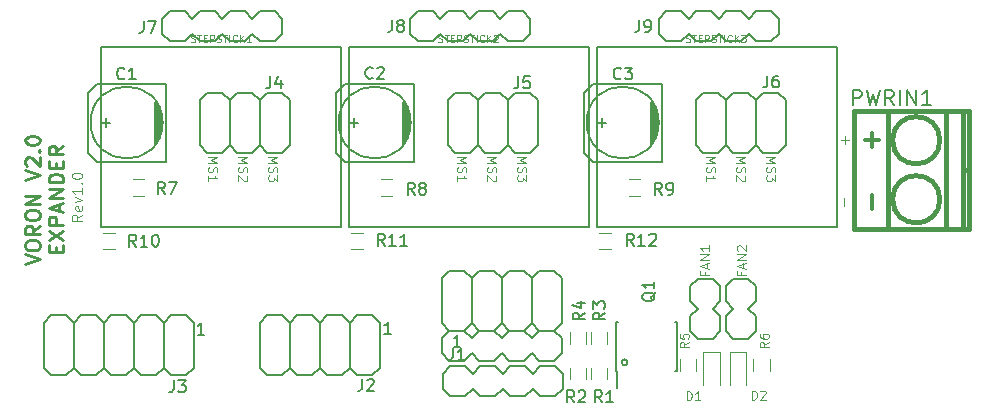
<source format=gbr>
G04 #@! TF.FileFunction,Legend,Top*
%FSLAX46Y46*%
G04 Gerber Fmt 4.6, Leading zero omitted, Abs format (unit mm)*
G04 Created by KiCad (PCBNEW 4.0.2-stable) date 10/3/2017 10:25:22 PM*
%MOMM*%
G01*
G04 APERTURE LIST*
%ADD10C,0.100000*%
%ADD11C,0.300000*%
%ADD12C,0.101600*%
%ADD13C,0.254000*%
%ADD14C,0.119380*%
%ADD15C,0.152400*%
%ADD16C,0.150000*%
%ADD17C,0.127000*%
%ADD18C,0.120000*%
%ADD19C,0.203200*%
%ADD20C,0.381000*%
%ADD21C,0.162560*%
G04 APERTURE END LIST*
D10*
D11*
X202607143Y-107821428D02*
X202607143Y-106678571D01*
X203178571Y-107250000D02*
X202035714Y-107250000D01*
D12*
X200313500Y-107588666D02*
X200313500Y-106911333D01*
X200652167Y-107250000D02*
X199974833Y-107250000D01*
X200236833Y-112838666D02*
X200236833Y-112161333D01*
X135736167Y-113570433D02*
X135312833Y-113866767D01*
X135736167Y-114078433D02*
X134847167Y-114078433D01*
X134847167Y-113739767D01*
X134889500Y-113655100D01*
X134931833Y-113612767D01*
X135016500Y-113570433D01*
X135143500Y-113570433D01*
X135228167Y-113612767D01*
X135270500Y-113655100D01*
X135312833Y-113739767D01*
X135312833Y-114078433D01*
X135693833Y-112850767D02*
X135736167Y-112935433D01*
X135736167Y-113104767D01*
X135693833Y-113189433D01*
X135609167Y-113231767D01*
X135270500Y-113231767D01*
X135185833Y-113189433D01*
X135143500Y-113104767D01*
X135143500Y-112935433D01*
X135185833Y-112850767D01*
X135270500Y-112808433D01*
X135355167Y-112808433D01*
X135439833Y-113231767D01*
X135143500Y-112512100D02*
X135736167Y-112300433D01*
X135143500Y-112088767D01*
X135736167Y-111284434D02*
X135736167Y-111792434D01*
X135736167Y-111538434D02*
X134847167Y-111538434D01*
X134974167Y-111623100D01*
X135058833Y-111707767D01*
X135101167Y-111792434D01*
X135651500Y-110903433D02*
X135693833Y-110861100D01*
X135736167Y-110903433D01*
X135693833Y-110945767D01*
X135651500Y-110903433D01*
X135736167Y-110903433D01*
X134847167Y-110310767D02*
X134847167Y-110226100D01*
X134889500Y-110141434D01*
X134931833Y-110099100D01*
X135016500Y-110056767D01*
X135185833Y-110014434D01*
X135397500Y-110014434D01*
X135566833Y-110056767D01*
X135651500Y-110099100D01*
X135693833Y-110141434D01*
X135736167Y-110226100D01*
X135736167Y-110310767D01*
X135693833Y-110395434D01*
X135651500Y-110437767D01*
X135566833Y-110480100D01*
X135397500Y-110522434D01*
X135185833Y-110522434D01*
X135016500Y-110480100D01*
X134931833Y-110437767D01*
X134889500Y-110395434D01*
X134847167Y-110310767D01*
D13*
X130911013Y-117752967D02*
X132155613Y-117338100D01*
X130911013Y-116923233D01*
X130911013Y-116271300D02*
X130911013Y-116034233D01*
X130970280Y-115915700D01*
X131088813Y-115797167D01*
X131325880Y-115737900D01*
X131740747Y-115737900D01*
X131977813Y-115797167D01*
X132096347Y-115915700D01*
X132155613Y-116034233D01*
X132155613Y-116271300D01*
X132096347Y-116389833D01*
X131977813Y-116508367D01*
X131740747Y-116567633D01*
X131325880Y-116567633D01*
X131088813Y-116508367D01*
X130970280Y-116389833D01*
X130911013Y-116271300D01*
X132155613Y-114493300D02*
X131562947Y-114908166D01*
X132155613Y-115204500D02*
X130911013Y-115204500D01*
X130911013Y-114730366D01*
X130970280Y-114611833D01*
X131029547Y-114552566D01*
X131148080Y-114493300D01*
X131325880Y-114493300D01*
X131444413Y-114552566D01*
X131503680Y-114611833D01*
X131562947Y-114730366D01*
X131562947Y-115204500D01*
X130911013Y-113722833D02*
X130911013Y-113485766D01*
X130970280Y-113367233D01*
X131088813Y-113248700D01*
X131325880Y-113189433D01*
X131740747Y-113189433D01*
X131977813Y-113248700D01*
X132096347Y-113367233D01*
X132155613Y-113485766D01*
X132155613Y-113722833D01*
X132096347Y-113841366D01*
X131977813Y-113959900D01*
X131740747Y-114019166D01*
X131325880Y-114019166D01*
X131088813Y-113959900D01*
X130970280Y-113841366D01*
X130911013Y-113722833D01*
X132155613Y-112656033D02*
X130911013Y-112656033D01*
X132155613Y-111944833D01*
X130911013Y-111944833D01*
X130911013Y-110581699D02*
X132155613Y-110166832D01*
X130911013Y-109751965D01*
X131029547Y-109396365D02*
X130970280Y-109337099D01*
X130911013Y-109218565D01*
X130911013Y-108922232D01*
X130970280Y-108803699D01*
X131029547Y-108744432D01*
X131148080Y-108685165D01*
X131266613Y-108685165D01*
X131444413Y-108744432D01*
X132155613Y-109455632D01*
X132155613Y-108685165D01*
X132037080Y-108151766D02*
X132096347Y-108092499D01*
X132155613Y-108151766D01*
X132096347Y-108211032D01*
X132037080Y-108151766D01*
X132155613Y-108151766D01*
X130911013Y-107322032D02*
X130911013Y-107203499D01*
X130970280Y-107084965D01*
X131029547Y-107025699D01*
X131148080Y-106966432D01*
X131385147Y-106907165D01*
X131681480Y-106907165D01*
X131918547Y-106966432D01*
X132037080Y-107025699D01*
X132096347Y-107084965D01*
X132155613Y-107203499D01*
X132155613Y-107322032D01*
X132096347Y-107440565D01*
X132037080Y-107499832D01*
X131918547Y-107559099D01*
X131681480Y-107618365D01*
X131385147Y-107618365D01*
X131148080Y-107559099D01*
X131029547Y-107499832D01*
X130970280Y-107440565D01*
X130911013Y-107322032D01*
X133500120Y-116745434D02*
X133500120Y-116330567D01*
X134152053Y-116152767D02*
X134152053Y-116745434D01*
X132907453Y-116745434D01*
X132907453Y-116152767D01*
X132907453Y-115737900D02*
X134152053Y-114908167D01*
X132907453Y-114908167D02*
X134152053Y-115737900D01*
X134152053Y-114434034D02*
X132907453Y-114434034D01*
X132907453Y-113959900D01*
X132966720Y-113841367D01*
X133025987Y-113782100D01*
X133144520Y-113722834D01*
X133322320Y-113722834D01*
X133440853Y-113782100D01*
X133500120Y-113841367D01*
X133559387Y-113959900D01*
X133559387Y-114434034D01*
X133796453Y-113248700D02*
X133796453Y-112656034D01*
X134152053Y-113367234D02*
X132907453Y-112952367D01*
X134152053Y-112537500D01*
X134152053Y-112122634D02*
X132907453Y-112122634D01*
X134152053Y-111411434D01*
X132907453Y-111411434D01*
X134152053Y-110818767D02*
X132907453Y-110818767D01*
X132907453Y-110522433D01*
X132966720Y-110344633D01*
X133085253Y-110226100D01*
X133203787Y-110166833D01*
X133440853Y-110107567D01*
X133618653Y-110107567D01*
X133855720Y-110166833D01*
X133974253Y-110226100D01*
X134092787Y-110344633D01*
X134152053Y-110522433D01*
X134152053Y-110818767D01*
X133500120Y-109574167D02*
X133500120Y-109159300D01*
X134152053Y-108981500D02*
X134152053Y-109574167D01*
X132907453Y-109574167D01*
X132907453Y-108981500D01*
X134152053Y-107736900D02*
X133559387Y-108151766D01*
X134152053Y-108448100D02*
X132907453Y-108448100D01*
X132907453Y-107973966D01*
X132966720Y-107855433D01*
X133025987Y-107796166D01*
X133144520Y-107736900D01*
X133322320Y-107736900D01*
X133440853Y-107796166D01*
X133500120Y-107855433D01*
X133559387Y-107973966D01*
X133559387Y-108448100D01*
D11*
X202571429Y-113071428D02*
X202571429Y-111928571D01*
D14*
X193663286Y-108700287D02*
X194425286Y-108700287D01*
X193881000Y-108954287D01*
X194425286Y-109208287D01*
X193663286Y-109208287D01*
X193699571Y-109534858D02*
X193663286Y-109643715D01*
X193663286Y-109825144D01*
X193699571Y-109897715D01*
X193735857Y-109934001D01*
X193808429Y-109970286D01*
X193881000Y-109970286D01*
X193953571Y-109934001D01*
X193989857Y-109897715D01*
X194026143Y-109825144D01*
X194062429Y-109680001D01*
X194098714Y-109607429D01*
X194135000Y-109571144D01*
X194207571Y-109534858D01*
X194280143Y-109534858D01*
X194352714Y-109571144D01*
X194389000Y-109607429D01*
X194425286Y-109680001D01*
X194425286Y-109861429D01*
X194389000Y-109970286D01*
X194425286Y-110224286D02*
X194425286Y-110696000D01*
X194135000Y-110442000D01*
X194135000Y-110550858D01*
X194098714Y-110623429D01*
X194062429Y-110659715D01*
X193989857Y-110696000D01*
X193808429Y-110696000D01*
X193735857Y-110659715D01*
X193699571Y-110623429D01*
X193663286Y-110550858D01*
X193663286Y-110333143D01*
X193699571Y-110260572D01*
X193735857Y-110224286D01*
X191123286Y-108700287D02*
X191885286Y-108700287D01*
X191341000Y-108954287D01*
X191885286Y-109208287D01*
X191123286Y-109208287D01*
X191159571Y-109534858D02*
X191123286Y-109643715D01*
X191123286Y-109825144D01*
X191159571Y-109897715D01*
X191195857Y-109934001D01*
X191268429Y-109970286D01*
X191341000Y-109970286D01*
X191413571Y-109934001D01*
X191449857Y-109897715D01*
X191486143Y-109825144D01*
X191522429Y-109680001D01*
X191558714Y-109607429D01*
X191595000Y-109571144D01*
X191667571Y-109534858D01*
X191740143Y-109534858D01*
X191812714Y-109571144D01*
X191849000Y-109607429D01*
X191885286Y-109680001D01*
X191885286Y-109861429D01*
X191849000Y-109970286D01*
X191812714Y-110260572D02*
X191849000Y-110296858D01*
X191885286Y-110369429D01*
X191885286Y-110550858D01*
X191849000Y-110623429D01*
X191812714Y-110659715D01*
X191740143Y-110696000D01*
X191667571Y-110696000D01*
X191558714Y-110659715D01*
X191123286Y-110224286D01*
X191123286Y-110696000D01*
X188583286Y-108700287D02*
X189345286Y-108700287D01*
X188801000Y-108954287D01*
X189345286Y-109208287D01*
X188583286Y-109208287D01*
X188619571Y-109534858D02*
X188583286Y-109643715D01*
X188583286Y-109825144D01*
X188619571Y-109897715D01*
X188655857Y-109934001D01*
X188728429Y-109970286D01*
X188801000Y-109970286D01*
X188873571Y-109934001D01*
X188909857Y-109897715D01*
X188946143Y-109825144D01*
X188982429Y-109680001D01*
X189018714Y-109607429D01*
X189055000Y-109571144D01*
X189127571Y-109534858D01*
X189200143Y-109534858D01*
X189272714Y-109571144D01*
X189309000Y-109607429D01*
X189345286Y-109680001D01*
X189345286Y-109861429D01*
X189309000Y-109970286D01*
X188583286Y-110696000D02*
X188583286Y-110260572D01*
X188583286Y-110478286D02*
X189345286Y-110478286D01*
X189236429Y-110405715D01*
X189163857Y-110333143D01*
X189127571Y-110260572D01*
X172581286Y-108700287D02*
X173343286Y-108700287D01*
X172799000Y-108954287D01*
X173343286Y-109208287D01*
X172581286Y-109208287D01*
X172617571Y-109534858D02*
X172581286Y-109643715D01*
X172581286Y-109825144D01*
X172617571Y-109897715D01*
X172653857Y-109934001D01*
X172726429Y-109970286D01*
X172799000Y-109970286D01*
X172871571Y-109934001D01*
X172907857Y-109897715D01*
X172944143Y-109825144D01*
X172980429Y-109680001D01*
X173016714Y-109607429D01*
X173053000Y-109571144D01*
X173125571Y-109534858D01*
X173198143Y-109534858D01*
X173270714Y-109571144D01*
X173307000Y-109607429D01*
X173343286Y-109680001D01*
X173343286Y-109861429D01*
X173307000Y-109970286D01*
X173343286Y-110224286D02*
X173343286Y-110696000D01*
X173053000Y-110442000D01*
X173053000Y-110550858D01*
X173016714Y-110623429D01*
X172980429Y-110659715D01*
X172907857Y-110696000D01*
X172726429Y-110696000D01*
X172653857Y-110659715D01*
X172617571Y-110623429D01*
X172581286Y-110550858D01*
X172581286Y-110333143D01*
X172617571Y-110260572D01*
X172653857Y-110224286D01*
X170041286Y-108700287D02*
X170803286Y-108700287D01*
X170259000Y-108954287D01*
X170803286Y-109208287D01*
X170041286Y-109208287D01*
X170077571Y-109534858D02*
X170041286Y-109643715D01*
X170041286Y-109825144D01*
X170077571Y-109897715D01*
X170113857Y-109934001D01*
X170186429Y-109970286D01*
X170259000Y-109970286D01*
X170331571Y-109934001D01*
X170367857Y-109897715D01*
X170404143Y-109825144D01*
X170440429Y-109680001D01*
X170476714Y-109607429D01*
X170513000Y-109571144D01*
X170585571Y-109534858D01*
X170658143Y-109534858D01*
X170730714Y-109571144D01*
X170767000Y-109607429D01*
X170803286Y-109680001D01*
X170803286Y-109861429D01*
X170767000Y-109970286D01*
X170730714Y-110260572D02*
X170767000Y-110296858D01*
X170803286Y-110369429D01*
X170803286Y-110550858D01*
X170767000Y-110623429D01*
X170730714Y-110659715D01*
X170658143Y-110696000D01*
X170585571Y-110696000D01*
X170476714Y-110659715D01*
X170041286Y-110224286D01*
X170041286Y-110696000D01*
X167501286Y-108700287D02*
X168263286Y-108700287D01*
X167719000Y-108954287D01*
X168263286Y-109208287D01*
X167501286Y-109208287D01*
X167537571Y-109534858D02*
X167501286Y-109643715D01*
X167501286Y-109825144D01*
X167537571Y-109897715D01*
X167573857Y-109934001D01*
X167646429Y-109970286D01*
X167719000Y-109970286D01*
X167791571Y-109934001D01*
X167827857Y-109897715D01*
X167864143Y-109825144D01*
X167900429Y-109680001D01*
X167936714Y-109607429D01*
X167973000Y-109571144D01*
X168045571Y-109534858D01*
X168118143Y-109534858D01*
X168190714Y-109571144D01*
X168227000Y-109607429D01*
X168263286Y-109680001D01*
X168263286Y-109861429D01*
X168227000Y-109970286D01*
X167501286Y-110696000D02*
X167501286Y-110260572D01*
X167501286Y-110478286D02*
X168263286Y-110478286D01*
X168154429Y-110405715D01*
X168081857Y-110333143D01*
X168045571Y-110260572D01*
X151499286Y-108700287D02*
X152261286Y-108700287D01*
X151717000Y-108954287D01*
X152261286Y-109208287D01*
X151499286Y-109208287D01*
X151535571Y-109534858D02*
X151499286Y-109643715D01*
X151499286Y-109825144D01*
X151535571Y-109897715D01*
X151571857Y-109934001D01*
X151644429Y-109970286D01*
X151717000Y-109970286D01*
X151789571Y-109934001D01*
X151825857Y-109897715D01*
X151862143Y-109825144D01*
X151898429Y-109680001D01*
X151934714Y-109607429D01*
X151971000Y-109571144D01*
X152043571Y-109534858D01*
X152116143Y-109534858D01*
X152188714Y-109571144D01*
X152225000Y-109607429D01*
X152261286Y-109680001D01*
X152261286Y-109861429D01*
X152225000Y-109970286D01*
X152261286Y-110224286D02*
X152261286Y-110696000D01*
X151971000Y-110442000D01*
X151971000Y-110550858D01*
X151934714Y-110623429D01*
X151898429Y-110659715D01*
X151825857Y-110696000D01*
X151644429Y-110696000D01*
X151571857Y-110659715D01*
X151535571Y-110623429D01*
X151499286Y-110550858D01*
X151499286Y-110333143D01*
X151535571Y-110260572D01*
X151571857Y-110224286D01*
X148959286Y-108700287D02*
X149721286Y-108700287D01*
X149177000Y-108954287D01*
X149721286Y-109208287D01*
X148959286Y-109208287D01*
X148995571Y-109534858D02*
X148959286Y-109643715D01*
X148959286Y-109825144D01*
X148995571Y-109897715D01*
X149031857Y-109934001D01*
X149104429Y-109970286D01*
X149177000Y-109970286D01*
X149249571Y-109934001D01*
X149285857Y-109897715D01*
X149322143Y-109825144D01*
X149358429Y-109680001D01*
X149394714Y-109607429D01*
X149431000Y-109571144D01*
X149503571Y-109534858D01*
X149576143Y-109534858D01*
X149648714Y-109571144D01*
X149685000Y-109607429D01*
X149721286Y-109680001D01*
X149721286Y-109861429D01*
X149685000Y-109970286D01*
X149648714Y-110260572D02*
X149685000Y-110296858D01*
X149721286Y-110369429D01*
X149721286Y-110550858D01*
X149685000Y-110623429D01*
X149648714Y-110659715D01*
X149576143Y-110696000D01*
X149503571Y-110696000D01*
X149394714Y-110659715D01*
X148959286Y-110224286D01*
X148959286Y-110696000D01*
X146419286Y-108700287D02*
X147181286Y-108700287D01*
X146637000Y-108954287D01*
X147181286Y-109208287D01*
X146419286Y-109208287D01*
X146455571Y-109534858D02*
X146419286Y-109643715D01*
X146419286Y-109825144D01*
X146455571Y-109897715D01*
X146491857Y-109934001D01*
X146564429Y-109970286D01*
X146637000Y-109970286D01*
X146709571Y-109934001D01*
X146745857Y-109897715D01*
X146782143Y-109825144D01*
X146818429Y-109680001D01*
X146854714Y-109607429D01*
X146891000Y-109571144D01*
X146963571Y-109534858D01*
X147036143Y-109534858D01*
X147108714Y-109571144D01*
X147145000Y-109607429D01*
X147181286Y-109680001D01*
X147181286Y-109861429D01*
X147145000Y-109970286D01*
X146419286Y-110696000D02*
X146419286Y-110260572D01*
X146419286Y-110478286D02*
X147181286Y-110478286D01*
X147072429Y-110405715D01*
X146999857Y-110333143D01*
X146963571Y-110260572D01*
D15*
X160909000Y-122682000D02*
X160274000Y-122047000D01*
X159004000Y-122047000D02*
X158369000Y-122682000D01*
X158369000Y-122682000D02*
X157734000Y-122047000D01*
X156464000Y-122047000D02*
X155829000Y-122682000D01*
X155829000Y-122682000D02*
X155194000Y-122047000D01*
X153924000Y-122047000D02*
X153289000Y-122682000D01*
X153289000Y-122682000D02*
X152654000Y-122047000D01*
X151384000Y-122047000D02*
X150749000Y-122682000D01*
X160909000Y-122682000D02*
X160909000Y-126492000D01*
X160909000Y-126492000D02*
X160274000Y-127127000D01*
X160274000Y-127127000D02*
X159004000Y-127127000D01*
X159004000Y-127127000D02*
X158369000Y-126492000D01*
X158369000Y-126492000D02*
X157734000Y-127127000D01*
X157734000Y-127127000D02*
X156464000Y-127127000D01*
X156464000Y-127127000D02*
X155829000Y-126492000D01*
X155829000Y-126492000D02*
X155194000Y-127127000D01*
X155194000Y-127127000D02*
X153924000Y-127127000D01*
X153924000Y-127127000D02*
X153289000Y-126492000D01*
X153289000Y-126492000D02*
X152654000Y-127127000D01*
X152654000Y-127127000D02*
X151384000Y-127127000D01*
X151384000Y-127127000D02*
X150749000Y-126492000D01*
X158369000Y-126492000D02*
X158369000Y-122682000D01*
X155829000Y-126492000D02*
X155829000Y-122682000D01*
X153289000Y-126492000D02*
X153289000Y-122682000D01*
X150749000Y-126492000D02*
X150749000Y-122682000D01*
X152654000Y-122047000D02*
X151384000Y-122047000D01*
X155194000Y-122047000D02*
X153924000Y-122047000D01*
X157734000Y-122047000D02*
X156464000Y-122047000D01*
X160274000Y-122047000D02*
X159004000Y-122047000D01*
D16*
X147500000Y-114620000D02*
X137340000Y-114620000D01*
X137340000Y-114620000D02*
X137340000Y-99380000D01*
X137340000Y-99380000D02*
X157660000Y-99380000D01*
X157660000Y-99380000D02*
X157660000Y-114620000D01*
X157660000Y-114620000D02*
X147500000Y-114620000D01*
X168500000Y-114620000D02*
X158340000Y-114620000D01*
X158340000Y-114620000D02*
X158340000Y-99380000D01*
X158340000Y-99380000D02*
X178660000Y-99380000D01*
X178660000Y-99380000D02*
X178660000Y-114620000D01*
X178660000Y-114620000D02*
X168500000Y-114620000D01*
D15*
X145161000Y-122682000D02*
X144526000Y-122047000D01*
X143256000Y-122047000D02*
X142621000Y-122682000D01*
X142621000Y-122682000D02*
X141986000Y-122047000D01*
X140716000Y-122047000D02*
X140081000Y-122682000D01*
X140081000Y-122682000D02*
X139446000Y-122047000D01*
X138176000Y-122047000D02*
X137541000Y-122682000D01*
X137541000Y-122682000D02*
X136906000Y-122047000D01*
X135636000Y-122047000D02*
X135001000Y-122682000D01*
X135001000Y-122682000D02*
X134366000Y-122047000D01*
X133096000Y-122047000D02*
X132461000Y-122682000D01*
X145161000Y-122682000D02*
X145161000Y-126492000D01*
X145161000Y-126492000D02*
X144526000Y-127127000D01*
X144526000Y-127127000D02*
X143256000Y-127127000D01*
X143256000Y-127127000D02*
X142621000Y-126492000D01*
X142621000Y-126492000D02*
X141986000Y-127127000D01*
X141986000Y-127127000D02*
X140716000Y-127127000D01*
X140716000Y-127127000D02*
X140081000Y-126492000D01*
X140081000Y-126492000D02*
X139446000Y-127127000D01*
X139446000Y-127127000D02*
X138176000Y-127127000D01*
X138176000Y-127127000D02*
X137541000Y-126492000D01*
X137541000Y-126492000D02*
X136906000Y-127127000D01*
X136906000Y-127127000D02*
X135636000Y-127127000D01*
X135636000Y-127127000D02*
X135001000Y-126492000D01*
X135001000Y-126492000D02*
X134366000Y-127127000D01*
X134366000Y-127127000D02*
X133096000Y-127127000D01*
X133096000Y-127127000D02*
X132461000Y-126492000D01*
X142621000Y-126492000D02*
X142621000Y-122682000D01*
X140081000Y-126492000D02*
X140081000Y-122682000D01*
X137541000Y-126492000D02*
X137541000Y-122682000D01*
X135001000Y-126492000D02*
X135001000Y-122682000D01*
X132461000Y-126492000D02*
X132461000Y-122682000D01*
X134366000Y-122047000D02*
X133096000Y-122047000D01*
X136906000Y-122047000D02*
X135636000Y-122047000D01*
X139446000Y-122047000D02*
X138176000Y-122047000D01*
X141986000Y-122047000D02*
X140716000Y-122047000D01*
X144526000Y-122047000D02*
X143256000Y-122047000D01*
D17*
X142421000Y-106512000D02*
X142421000Y-104988000D01*
X142294000Y-104607000D02*
X142294000Y-106893000D01*
X142167000Y-107147000D02*
X142167000Y-104353000D01*
X142040000Y-104099000D02*
X142040000Y-107401000D01*
X141913000Y-107528000D02*
X141913000Y-103972000D01*
X142548000Y-105750000D02*
G75*
G03X142548000Y-105750000I-3048000J0D01*
G01*
X142802000Y-109052000D02*
X142802000Y-102448000D01*
X142802000Y-102448000D02*
X136960000Y-102448000D01*
X136960000Y-102448000D02*
X136198000Y-103210000D01*
X136198000Y-103210000D02*
X136198000Y-108290000D01*
X136198000Y-108290000D02*
X136960000Y-109052000D01*
X136960000Y-109052000D02*
X142802000Y-109052000D01*
X137341000Y-105750000D02*
X138103000Y-105750000D01*
X137722000Y-106131000D02*
X137722000Y-105369000D01*
X163421000Y-106512000D02*
X163421000Y-104988000D01*
X163294000Y-104607000D02*
X163294000Y-106893000D01*
X163167000Y-107147000D02*
X163167000Y-104353000D01*
X163040000Y-104099000D02*
X163040000Y-107401000D01*
X162913000Y-107528000D02*
X162913000Y-103972000D01*
X163548000Y-105750000D02*
G75*
G03X163548000Y-105750000I-3048000J0D01*
G01*
X163802000Y-109052000D02*
X163802000Y-102448000D01*
X163802000Y-102448000D02*
X157960000Y-102448000D01*
X157960000Y-102448000D02*
X157198000Y-103210000D01*
X157198000Y-103210000D02*
X157198000Y-108290000D01*
X157198000Y-108290000D02*
X157960000Y-109052000D01*
X157960000Y-109052000D02*
X163802000Y-109052000D01*
X158341000Y-105750000D02*
X159103000Y-105750000D01*
X158722000Y-106131000D02*
X158722000Y-105369000D01*
X184421000Y-106512000D02*
X184421000Y-104988000D01*
X184294000Y-104607000D02*
X184294000Y-106893000D01*
X184167000Y-107147000D02*
X184167000Y-104353000D01*
X184040000Y-104099000D02*
X184040000Y-107401000D01*
X183913000Y-107528000D02*
X183913000Y-103972000D01*
X184548000Y-105750000D02*
G75*
G03X184548000Y-105750000I-3048000J0D01*
G01*
X184802000Y-109052000D02*
X184802000Y-102448000D01*
X184802000Y-102448000D02*
X178960000Y-102448000D01*
X178960000Y-102448000D02*
X178198000Y-103210000D01*
X178198000Y-103210000D02*
X178198000Y-108290000D01*
X178198000Y-108290000D02*
X178960000Y-109052000D01*
X178960000Y-109052000D02*
X184802000Y-109052000D01*
X179341000Y-105750000D02*
X180103000Y-105750000D01*
X179722000Y-106131000D02*
X179722000Y-105369000D01*
D18*
X189700000Y-125200000D02*
X188300000Y-125200000D01*
X188300000Y-125200000D02*
X188300000Y-128000000D01*
X189700000Y-125200000D02*
X189700000Y-128000000D01*
X191950000Y-125200000D02*
X190550000Y-125200000D01*
X190550000Y-125200000D02*
X190550000Y-128000000D01*
X191950000Y-125200000D02*
X191950000Y-128000000D01*
D19*
X189770000Y-119615000D02*
X189770000Y-120885000D01*
X189770000Y-120885000D02*
X189135000Y-121520000D01*
X187865000Y-121520000D02*
X187230000Y-120885000D01*
X189135000Y-121520000D02*
X189770000Y-122155000D01*
X189770000Y-122155000D02*
X189770000Y-123425000D01*
X189770000Y-123425000D02*
X189135000Y-124060000D01*
X187865000Y-124060000D02*
X187230000Y-123425000D01*
X187230000Y-123425000D02*
X187230000Y-122155000D01*
X187230000Y-122155000D02*
X187865000Y-121520000D01*
X189135000Y-118980000D02*
X187865000Y-118980000D01*
X189770000Y-119615000D02*
X189135000Y-118980000D01*
X187865000Y-118980000D02*
X187230000Y-119615000D01*
X187230000Y-120885000D02*
X187230000Y-119615000D01*
X189135000Y-124060000D02*
X187865000Y-124060000D01*
X192770000Y-119615000D02*
X192770000Y-120885000D01*
X192770000Y-120885000D02*
X192135000Y-121520000D01*
X190865000Y-121520000D02*
X190230000Y-120885000D01*
X192135000Y-121520000D02*
X192770000Y-122155000D01*
X192770000Y-122155000D02*
X192770000Y-123425000D01*
X192770000Y-123425000D02*
X192135000Y-124060000D01*
X190865000Y-124060000D02*
X190230000Y-123425000D01*
X190230000Y-123425000D02*
X190230000Y-122155000D01*
X190230000Y-122155000D02*
X190865000Y-121520000D01*
X192135000Y-118980000D02*
X190865000Y-118980000D01*
X192770000Y-119615000D02*
X192135000Y-118980000D01*
X190865000Y-118980000D02*
X190230000Y-119615000D01*
X190230000Y-120885000D02*
X190230000Y-119615000D01*
X192135000Y-124060000D02*
X190865000Y-124060000D01*
X174498000Y-126365000D02*
X175768000Y-126365000D01*
X175768000Y-126365000D02*
X176403000Y-127000000D01*
X176403000Y-128270000D02*
X175768000Y-128905000D01*
X171323000Y-127000000D02*
X171958000Y-126365000D01*
X171958000Y-126365000D02*
X173228000Y-126365000D01*
X173228000Y-126365000D02*
X173863000Y-127000000D01*
X173863000Y-128270000D02*
X173228000Y-128905000D01*
X173228000Y-128905000D02*
X171958000Y-128905000D01*
X171958000Y-128905000D02*
X171323000Y-128270000D01*
X174498000Y-126365000D02*
X173863000Y-127000000D01*
X173863000Y-128270000D02*
X174498000Y-128905000D01*
X175768000Y-128905000D02*
X174498000Y-128905000D01*
X166878000Y-126365000D02*
X168148000Y-126365000D01*
X168148000Y-126365000D02*
X168783000Y-127000000D01*
X168783000Y-128270000D02*
X168148000Y-128905000D01*
X168783000Y-127000000D02*
X169418000Y-126365000D01*
X169418000Y-126365000D02*
X170688000Y-126365000D01*
X170688000Y-126365000D02*
X171323000Y-127000000D01*
X171323000Y-128270000D02*
X170688000Y-128905000D01*
X170688000Y-128905000D02*
X169418000Y-128905000D01*
X169418000Y-128905000D02*
X168783000Y-128270000D01*
X166243000Y-127000000D02*
X166243000Y-128270000D01*
X166878000Y-126365000D02*
X166243000Y-127000000D01*
X166243000Y-128270000D02*
X166878000Y-128905000D01*
X168148000Y-128905000D02*
X166878000Y-128905000D01*
X176403000Y-127000000D02*
X176403000Y-128270000D01*
D15*
X145690000Y-107655000D02*
X146325000Y-108290000D01*
X147595000Y-108290000D02*
X148230000Y-107655000D01*
X148230000Y-107655000D02*
X148865000Y-108290000D01*
X150135000Y-108290000D02*
X150770000Y-107655000D01*
X145690000Y-107655000D02*
X145690000Y-103845000D01*
X145690000Y-103845000D02*
X146325000Y-103210000D01*
X146325000Y-103210000D02*
X147595000Y-103210000D01*
X147595000Y-103210000D02*
X148230000Y-103845000D01*
X148230000Y-103845000D02*
X148865000Y-103210000D01*
X148865000Y-103210000D02*
X150135000Y-103210000D01*
X150135000Y-103210000D02*
X150770000Y-103845000D01*
X148230000Y-103845000D02*
X148230000Y-107655000D01*
X150770000Y-103845000D02*
X150770000Y-107655000D01*
X148865000Y-108290000D02*
X150135000Y-108290000D01*
X146325000Y-108290000D02*
X147595000Y-108290000D01*
X150770000Y-107655000D02*
X151405000Y-108290000D01*
X152675000Y-108290000D02*
X153310000Y-107655000D01*
X150770000Y-103845000D02*
X151405000Y-103210000D01*
X151405000Y-103210000D02*
X152675000Y-103210000D01*
X152675000Y-103210000D02*
X153310000Y-103845000D01*
X153310000Y-103845000D02*
X153310000Y-107655000D01*
X151405000Y-108290000D02*
X152675000Y-108290000D01*
X166690000Y-107655000D02*
X167325000Y-108290000D01*
X168595000Y-108290000D02*
X169230000Y-107655000D01*
X169230000Y-107655000D02*
X169865000Y-108290000D01*
X171135000Y-108290000D02*
X171770000Y-107655000D01*
X166690000Y-107655000D02*
X166690000Y-103845000D01*
X166690000Y-103845000D02*
X167325000Y-103210000D01*
X167325000Y-103210000D02*
X168595000Y-103210000D01*
X168595000Y-103210000D02*
X169230000Y-103845000D01*
X169230000Y-103845000D02*
X169865000Y-103210000D01*
X169865000Y-103210000D02*
X171135000Y-103210000D01*
X171135000Y-103210000D02*
X171770000Y-103845000D01*
X169230000Y-103845000D02*
X169230000Y-107655000D01*
X171770000Y-103845000D02*
X171770000Y-107655000D01*
X169865000Y-108290000D02*
X171135000Y-108290000D01*
X167325000Y-108290000D02*
X168595000Y-108290000D01*
X171770000Y-107655000D02*
X172405000Y-108290000D01*
X173675000Y-108290000D02*
X174310000Y-107655000D01*
X171770000Y-103845000D02*
X172405000Y-103210000D01*
X172405000Y-103210000D02*
X173675000Y-103210000D01*
X173675000Y-103210000D02*
X174310000Y-103845000D01*
X174310000Y-103845000D02*
X174310000Y-107655000D01*
X172405000Y-108290000D02*
X173675000Y-108290000D01*
X187690000Y-107655000D02*
X188325000Y-108290000D01*
X189595000Y-108290000D02*
X190230000Y-107655000D01*
X190230000Y-107655000D02*
X190865000Y-108290000D01*
X192135000Y-108290000D02*
X192770000Y-107655000D01*
X187690000Y-107655000D02*
X187690000Y-103845000D01*
X187690000Y-103845000D02*
X188325000Y-103210000D01*
X188325000Y-103210000D02*
X189595000Y-103210000D01*
X189595000Y-103210000D02*
X190230000Y-103845000D01*
X190230000Y-103845000D02*
X190865000Y-103210000D01*
X190865000Y-103210000D02*
X192135000Y-103210000D01*
X192135000Y-103210000D02*
X192770000Y-103845000D01*
X190230000Y-103845000D02*
X190230000Y-107655000D01*
X192770000Y-103845000D02*
X192770000Y-107655000D01*
X190865000Y-108290000D02*
X192135000Y-108290000D01*
X188325000Y-108290000D02*
X189595000Y-108290000D01*
X192770000Y-107655000D02*
X193405000Y-108290000D01*
X194675000Y-108290000D02*
X195310000Y-107655000D01*
X192770000Y-103845000D02*
X193405000Y-103210000D01*
X193405000Y-103210000D02*
X194675000Y-103210000D01*
X194675000Y-103210000D02*
X195310000Y-103845000D01*
X195310000Y-103845000D02*
X195310000Y-107655000D01*
X193405000Y-108290000D02*
X194675000Y-108290000D01*
D19*
X150785000Y-96330000D02*
X152055000Y-96330000D01*
X152055000Y-96330000D02*
X152690000Y-96965000D01*
X152690000Y-98235000D02*
X152055000Y-98870000D01*
X147610000Y-96965000D02*
X148245000Y-96330000D01*
X148245000Y-96330000D02*
X149515000Y-96330000D01*
X149515000Y-96330000D02*
X150150000Y-96965000D01*
X150150000Y-98235000D02*
X149515000Y-98870000D01*
X149515000Y-98870000D02*
X148245000Y-98870000D01*
X148245000Y-98870000D02*
X147610000Y-98235000D01*
X150785000Y-96330000D02*
X150150000Y-96965000D01*
X150150000Y-98235000D02*
X150785000Y-98870000D01*
X152055000Y-98870000D02*
X150785000Y-98870000D01*
X143165000Y-96330000D02*
X144435000Y-96330000D01*
X144435000Y-96330000D02*
X145070000Y-96965000D01*
X145070000Y-98235000D02*
X144435000Y-98870000D01*
X145070000Y-96965000D02*
X145705000Y-96330000D01*
X145705000Y-96330000D02*
X146975000Y-96330000D01*
X146975000Y-96330000D02*
X147610000Y-96965000D01*
X147610000Y-98235000D02*
X146975000Y-98870000D01*
X146975000Y-98870000D02*
X145705000Y-98870000D01*
X145705000Y-98870000D02*
X145070000Y-98235000D01*
X142530000Y-96965000D02*
X142530000Y-98235000D01*
X143165000Y-96330000D02*
X142530000Y-96965000D01*
X142530000Y-98235000D02*
X143165000Y-98870000D01*
X144435000Y-98870000D02*
X143165000Y-98870000D01*
X152690000Y-96965000D02*
X152690000Y-98235000D01*
X171785000Y-96330000D02*
X173055000Y-96330000D01*
X173055000Y-96330000D02*
X173690000Y-96965000D01*
X173690000Y-98235000D02*
X173055000Y-98870000D01*
X168610000Y-96965000D02*
X169245000Y-96330000D01*
X169245000Y-96330000D02*
X170515000Y-96330000D01*
X170515000Y-96330000D02*
X171150000Y-96965000D01*
X171150000Y-98235000D02*
X170515000Y-98870000D01*
X170515000Y-98870000D02*
X169245000Y-98870000D01*
X169245000Y-98870000D02*
X168610000Y-98235000D01*
X171785000Y-96330000D02*
X171150000Y-96965000D01*
X171150000Y-98235000D02*
X171785000Y-98870000D01*
X173055000Y-98870000D02*
X171785000Y-98870000D01*
X164165000Y-96330000D02*
X165435000Y-96330000D01*
X165435000Y-96330000D02*
X166070000Y-96965000D01*
X166070000Y-98235000D02*
X165435000Y-98870000D01*
X166070000Y-96965000D02*
X166705000Y-96330000D01*
X166705000Y-96330000D02*
X167975000Y-96330000D01*
X167975000Y-96330000D02*
X168610000Y-96965000D01*
X168610000Y-98235000D02*
X167975000Y-98870000D01*
X167975000Y-98870000D02*
X166705000Y-98870000D01*
X166705000Y-98870000D02*
X166070000Y-98235000D01*
X163530000Y-96965000D02*
X163530000Y-98235000D01*
X164165000Y-96330000D02*
X163530000Y-96965000D01*
X163530000Y-98235000D02*
X164165000Y-98870000D01*
X165435000Y-98870000D02*
X164165000Y-98870000D01*
X173690000Y-96965000D02*
X173690000Y-98235000D01*
X192785000Y-96330000D02*
X194055000Y-96330000D01*
X194055000Y-96330000D02*
X194690000Y-96965000D01*
X194690000Y-98235000D02*
X194055000Y-98870000D01*
X189610000Y-96965000D02*
X190245000Y-96330000D01*
X190245000Y-96330000D02*
X191515000Y-96330000D01*
X191515000Y-96330000D02*
X192150000Y-96965000D01*
X192150000Y-98235000D02*
X191515000Y-98870000D01*
X191515000Y-98870000D02*
X190245000Y-98870000D01*
X190245000Y-98870000D02*
X189610000Y-98235000D01*
X192785000Y-96330000D02*
X192150000Y-96965000D01*
X192150000Y-98235000D02*
X192785000Y-98870000D01*
X194055000Y-98870000D02*
X192785000Y-98870000D01*
X185165000Y-96330000D02*
X186435000Y-96330000D01*
X186435000Y-96330000D02*
X187070000Y-96965000D01*
X187070000Y-98235000D02*
X186435000Y-98870000D01*
X187070000Y-96965000D02*
X187705000Y-96330000D01*
X187705000Y-96330000D02*
X188975000Y-96330000D01*
X188975000Y-96330000D02*
X189610000Y-96965000D01*
X189610000Y-98235000D02*
X188975000Y-98870000D01*
X188975000Y-98870000D02*
X187705000Y-98870000D01*
X187705000Y-98870000D02*
X187070000Y-98235000D01*
X184530000Y-96965000D02*
X184530000Y-98235000D01*
X185165000Y-96330000D02*
X184530000Y-96965000D01*
X184530000Y-98235000D02*
X185165000Y-98870000D01*
X186435000Y-98870000D02*
X185165000Y-98870000D01*
X194690000Y-96965000D02*
X194690000Y-98235000D01*
D20*
X210350000Y-109750000D02*
X210850000Y-109750000D01*
X208350000Y-107250000D02*
G75*
G03X208350000Y-107250000I-2000000J0D01*
G01*
X208350000Y-112250000D02*
G75*
G03X208350000Y-112250000I-2000000J0D01*
G01*
X208850000Y-114750000D02*
X208850000Y-104750000D01*
X203950000Y-114750000D02*
X203950000Y-104750000D01*
X210350000Y-114750000D02*
X210350000Y-104750000D01*
X210850000Y-114750000D02*
X210850000Y-104750000D01*
X210850000Y-104750000D02*
X201050000Y-104750000D01*
X201050000Y-104750000D02*
X201050000Y-114750000D01*
X201050000Y-114750000D02*
X210850000Y-114750000D01*
D18*
X178820000Y-127500000D02*
X178820000Y-126500000D01*
X180180000Y-126500000D02*
X180180000Y-127500000D01*
X177070000Y-127500000D02*
X177070000Y-126500000D01*
X178430000Y-126500000D02*
X178430000Y-127500000D01*
X178820000Y-124500000D02*
X178820000Y-123500000D01*
X180180000Y-123500000D02*
X180180000Y-124500000D01*
X177070000Y-124500000D02*
X177070000Y-123500000D01*
X178430000Y-123500000D02*
X178430000Y-124500000D01*
X186320000Y-126750000D02*
X186320000Y-125750000D01*
X187680000Y-125750000D02*
X187680000Y-126750000D01*
X192570000Y-126750000D02*
X192570000Y-125750000D01*
X193930000Y-125750000D02*
X193930000Y-126750000D01*
X141000000Y-111930000D02*
X140000000Y-111930000D01*
X140000000Y-110570000D02*
X141000000Y-110570000D01*
X162000000Y-111930000D02*
X161000000Y-111930000D01*
X161000000Y-110570000D02*
X162000000Y-110570000D01*
X183000000Y-111930000D02*
X182000000Y-111930000D01*
X182000000Y-110570000D02*
X183000000Y-110570000D01*
X138500000Y-116430000D02*
X137500000Y-116430000D01*
X137500000Y-115070000D02*
X138500000Y-115070000D01*
X158500000Y-115070000D02*
X159500000Y-115070000D01*
X159500000Y-116430000D02*
X158500000Y-116430000D01*
X179500000Y-115070000D02*
X180500000Y-115070000D01*
X180500000Y-116430000D02*
X179500000Y-116430000D01*
D16*
X189500000Y-114620000D02*
X179340000Y-114620000D01*
X179340000Y-114620000D02*
X179340000Y-99380000D01*
X179340000Y-99380000D02*
X199660000Y-99380000D01*
X199660000Y-99380000D02*
X199660000Y-114620000D01*
X199660000Y-114620000D02*
X189500000Y-114620000D01*
X181900000Y-126050000D02*
G75*
G03X181900000Y-126050000I-250000J0D01*
G01*
X180925000Y-126825000D02*
X180975000Y-126825000D01*
X180925000Y-122675000D02*
X181070000Y-122675000D01*
X186075000Y-122675000D02*
X185930000Y-122675000D01*
X186075000Y-126825000D02*
X185930000Y-126825000D01*
X180925000Y-126825000D02*
X180925000Y-122675000D01*
X186075000Y-126825000D02*
X186075000Y-122675000D01*
X180975000Y-126825000D02*
X180975000Y-128225000D01*
D15*
X166195000Y-122761000D02*
X166830000Y-123396000D01*
X168100000Y-123396000D02*
X168735000Y-122761000D01*
X168735000Y-122761000D02*
X169370000Y-123396000D01*
X170640000Y-123396000D02*
X171275000Y-122761000D01*
X171275000Y-122761000D02*
X171910000Y-123396000D01*
X173180000Y-123396000D02*
X173815000Y-122761000D01*
X173815000Y-122761000D02*
X174450000Y-123396000D01*
X175720000Y-123396000D02*
X176355000Y-122761000D01*
X166195000Y-122761000D02*
X166195000Y-118951000D01*
X166195000Y-118951000D02*
X166830000Y-118316000D01*
X166830000Y-118316000D02*
X168100000Y-118316000D01*
X168100000Y-118316000D02*
X168735000Y-118951000D01*
X168735000Y-118951000D02*
X169370000Y-118316000D01*
X169370000Y-118316000D02*
X170640000Y-118316000D01*
X170640000Y-118316000D02*
X171275000Y-118951000D01*
X171275000Y-118951000D02*
X171910000Y-118316000D01*
X171910000Y-118316000D02*
X173180000Y-118316000D01*
X173180000Y-118316000D02*
X173815000Y-118951000D01*
X173815000Y-118951000D02*
X174450000Y-118316000D01*
X174450000Y-118316000D02*
X175720000Y-118316000D01*
X175720000Y-118316000D02*
X176355000Y-118951000D01*
X168735000Y-118951000D02*
X168735000Y-122761000D01*
X171275000Y-118951000D02*
X171275000Y-122761000D01*
X173815000Y-118951000D02*
X173815000Y-122761000D01*
X176355000Y-118951000D02*
X176355000Y-122761000D01*
X174450000Y-123396000D02*
X175720000Y-123396000D01*
X171910000Y-123396000D02*
X173180000Y-123396000D01*
X169370000Y-123396000D02*
X170640000Y-123396000D01*
X166830000Y-123396000D02*
X168100000Y-123396000D01*
D19*
X174450000Y-123396000D02*
X175720000Y-123396000D01*
X175720000Y-123396000D02*
X176355000Y-124031000D01*
X176355000Y-125301000D02*
X175720000Y-125936000D01*
X171275000Y-124031000D02*
X171910000Y-123396000D01*
X171910000Y-123396000D02*
X173180000Y-123396000D01*
X173180000Y-123396000D02*
X173815000Y-124031000D01*
X173815000Y-125301000D02*
X173180000Y-125936000D01*
X173180000Y-125936000D02*
X171910000Y-125936000D01*
X171910000Y-125936000D02*
X171275000Y-125301000D01*
X174450000Y-123396000D02*
X173815000Y-124031000D01*
X173815000Y-125301000D02*
X174450000Y-125936000D01*
X175720000Y-125936000D02*
X174450000Y-125936000D01*
X166830000Y-123396000D02*
X168100000Y-123396000D01*
X168100000Y-123396000D02*
X168735000Y-124031000D01*
X168735000Y-125301000D02*
X168100000Y-125936000D01*
X168735000Y-124031000D02*
X169370000Y-123396000D01*
X169370000Y-123396000D02*
X170640000Y-123396000D01*
X170640000Y-123396000D02*
X171275000Y-124031000D01*
X171275000Y-125301000D02*
X170640000Y-125936000D01*
X170640000Y-125936000D02*
X169370000Y-125936000D01*
X169370000Y-125936000D02*
X168735000Y-125301000D01*
X166195000Y-124031000D02*
X166195000Y-125301000D01*
X166830000Y-123396000D02*
X166195000Y-124031000D01*
X166195000Y-125301000D02*
X166830000Y-125936000D01*
X168100000Y-125936000D02*
X166830000Y-125936000D01*
X176355000Y-124031000D02*
X176355000Y-125301000D01*
D16*
X159435467Y-127471181D02*
X159435467Y-128185467D01*
X159387847Y-128328324D01*
X159292609Y-128423562D01*
X159149752Y-128471181D01*
X159054514Y-128471181D01*
X159864038Y-127566419D02*
X159911657Y-127518800D01*
X160006895Y-127471181D01*
X160244991Y-127471181D01*
X160340229Y-127518800D01*
X160387848Y-127566419D01*
X160435467Y-127661657D01*
X160435467Y-127756895D01*
X160387848Y-127899752D01*
X159816419Y-128471181D01*
X160435467Y-128471181D01*
D21*
X161900086Y-123652219D02*
X161319515Y-123652219D01*
X161609801Y-123652219D02*
X161609801Y-122636219D01*
X161513039Y-122781362D01*
X161416277Y-122878124D01*
X161319515Y-122926505D01*
D10*
X144977314Y-98900057D02*
X145063028Y-98928629D01*
X145205885Y-98928629D01*
X145263028Y-98900057D01*
X145291599Y-98871486D01*
X145320171Y-98814343D01*
X145320171Y-98757200D01*
X145291599Y-98700057D01*
X145263028Y-98671486D01*
X145205885Y-98642914D01*
X145091599Y-98614343D01*
X145034457Y-98585771D01*
X145005885Y-98557200D01*
X144977314Y-98500057D01*
X144977314Y-98442914D01*
X145005885Y-98385771D01*
X145034457Y-98357200D01*
X145091599Y-98328629D01*
X145234457Y-98328629D01*
X145320171Y-98357200D01*
X145491600Y-98328629D02*
X145834457Y-98328629D01*
X145663028Y-98928629D02*
X145663028Y-98328629D01*
X146034457Y-98614343D02*
X146234457Y-98614343D01*
X146320171Y-98928629D02*
X146034457Y-98928629D01*
X146034457Y-98328629D01*
X146320171Y-98328629D01*
X146577314Y-98928629D02*
X146577314Y-98328629D01*
X146805886Y-98328629D01*
X146863028Y-98357200D01*
X146891600Y-98385771D01*
X146920171Y-98442914D01*
X146920171Y-98528629D01*
X146891600Y-98585771D01*
X146863028Y-98614343D01*
X146805886Y-98642914D01*
X146577314Y-98642914D01*
X147148743Y-98900057D02*
X147234457Y-98928629D01*
X147377314Y-98928629D01*
X147434457Y-98900057D01*
X147463028Y-98871486D01*
X147491600Y-98814343D01*
X147491600Y-98757200D01*
X147463028Y-98700057D01*
X147434457Y-98671486D01*
X147377314Y-98642914D01*
X147263028Y-98614343D01*
X147205886Y-98585771D01*
X147177314Y-98557200D01*
X147148743Y-98500057D01*
X147148743Y-98442914D01*
X147177314Y-98385771D01*
X147205886Y-98357200D01*
X147263028Y-98328629D01*
X147405886Y-98328629D01*
X147491600Y-98357200D01*
X147663029Y-98328629D02*
X148005886Y-98328629D01*
X147834457Y-98928629D02*
X147834457Y-98328629D01*
X148205886Y-98928629D02*
X148205886Y-98328629D01*
X148834457Y-98871486D02*
X148805886Y-98900057D01*
X148720172Y-98928629D01*
X148663029Y-98928629D01*
X148577314Y-98900057D01*
X148520172Y-98842914D01*
X148491600Y-98785771D01*
X148463029Y-98671486D01*
X148463029Y-98585771D01*
X148491600Y-98471486D01*
X148520172Y-98414343D01*
X148577314Y-98357200D01*
X148663029Y-98328629D01*
X148720172Y-98328629D01*
X148805886Y-98357200D01*
X148834457Y-98385771D01*
X149091600Y-98928629D02*
X149091600Y-98328629D01*
X149434457Y-98928629D02*
X149177314Y-98585771D01*
X149434457Y-98328629D02*
X149091600Y-98671486D01*
X150005886Y-98928629D02*
X149663029Y-98928629D01*
X149834457Y-98928629D02*
X149834457Y-98328629D01*
X149777314Y-98414343D01*
X149720172Y-98471486D01*
X149663029Y-98500057D01*
X165898914Y-98900057D02*
X165984628Y-98928629D01*
X166127485Y-98928629D01*
X166184628Y-98900057D01*
X166213199Y-98871486D01*
X166241771Y-98814343D01*
X166241771Y-98757200D01*
X166213199Y-98700057D01*
X166184628Y-98671486D01*
X166127485Y-98642914D01*
X166013199Y-98614343D01*
X165956057Y-98585771D01*
X165927485Y-98557200D01*
X165898914Y-98500057D01*
X165898914Y-98442914D01*
X165927485Y-98385771D01*
X165956057Y-98357200D01*
X166013199Y-98328629D01*
X166156057Y-98328629D01*
X166241771Y-98357200D01*
X166413200Y-98328629D02*
X166756057Y-98328629D01*
X166584628Y-98928629D02*
X166584628Y-98328629D01*
X166956057Y-98614343D02*
X167156057Y-98614343D01*
X167241771Y-98928629D02*
X166956057Y-98928629D01*
X166956057Y-98328629D01*
X167241771Y-98328629D01*
X167498914Y-98928629D02*
X167498914Y-98328629D01*
X167727486Y-98328629D01*
X167784628Y-98357200D01*
X167813200Y-98385771D01*
X167841771Y-98442914D01*
X167841771Y-98528629D01*
X167813200Y-98585771D01*
X167784628Y-98614343D01*
X167727486Y-98642914D01*
X167498914Y-98642914D01*
X168070343Y-98900057D02*
X168156057Y-98928629D01*
X168298914Y-98928629D01*
X168356057Y-98900057D01*
X168384628Y-98871486D01*
X168413200Y-98814343D01*
X168413200Y-98757200D01*
X168384628Y-98700057D01*
X168356057Y-98671486D01*
X168298914Y-98642914D01*
X168184628Y-98614343D01*
X168127486Y-98585771D01*
X168098914Y-98557200D01*
X168070343Y-98500057D01*
X168070343Y-98442914D01*
X168098914Y-98385771D01*
X168127486Y-98357200D01*
X168184628Y-98328629D01*
X168327486Y-98328629D01*
X168413200Y-98357200D01*
X168584629Y-98328629D02*
X168927486Y-98328629D01*
X168756057Y-98928629D02*
X168756057Y-98328629D01*
X169127486Y-98928629D02*
X169127486Y-98328629D01*
X169756057Y-98871486D02*
X169727486Y-98900057D01*
X169641772Y-98928629D01*
X169584629Y-98928629D01*
X169498914Y-98900057D01*
X169441772Y-98842914D01*
X169413200Y-98785771D01*
X169384629Y-98671486D01*
X169384629Y-98585771D01*
X169413200Y-98471486D01*
X169441772Y-98414343D01*
X169498914Y-98357200D01*
X169584629Y-98328629D01*
X169641772Y-98328629D01*
X169727486Y-98357200D01*
X169756057Y-98385771D01*
X170013200Y-98928629D02*
X170013200Y-98328629D01*
X170356057Y-98928629D02*
X170098914Y-98585771D01*
X170356057Y-98328629D02*
X170013200Y-98671486D01*
X170584629Y-98385771D02*
X170613200Y-98357200D01*
X170670343Y-98328629D01*
X170813200Y-98328629D01*
X170870343Y-98357200D01*
X170898914Y-98385771D01*
X170927486Y-98442914D01*
X170927486Y-98500057D01*
X170898914Y-98585771D01*
X170556057Y-98928629D01*
X170927486Y-98928629D01*
D16*
X143484267Y-127572781D02*
X143484267Y-128287067D01*
X143436647Y-128429924D01*
X143341409Y-128525162D01*
X143198552Y-128572781D01*
X143103314Y-128572781D01*
X143865219Y-127572781D02*
X144484267Y-127572781D01*
X144150933Y-127953733D01*
X144293791Y-127953733D01*
X144389029Y-128001352D01*
X144436648Y-128048971D01*
X144484267Y-128144210D01*
X144484267Y-128382305D01*
X144436648Y-128477543D01*
X144389029Y-128525162D01*
X144293791Y-128572781D01*
X144008076Y-128572781D01*
X143912838Y-128525162D01*
X143865219Y-128477543D01*
D21*
X146089086Y-123703219D02*
X145508515Y-123703219D01*
X145798801Y-123703219D02*
X145798801Y-122687219D01*
X145702039Y-122832362D01*
X145605277Y-122929124D01*
X145508515Y-122977505D01*
D16*
X139312534Y-102010743D02*
X139264915Y-102058362D01*
X139122058Y-102105981D01*
X139026820Y-102105981D01*
X138883962Y-102058362D01*
X138788724Y-101963124D01*
X138741105Y-101867886D01*
X138693486Y-101677410D01*
X138693486Y-101534552D01*
X138741105Y-101344076D01*
X138788724Y-101248838D01*
X138883962Y-101153600D01*
X139026820Y-101105981D01*
X139122058Y-101105981D01*
X139264915Y-101153600D01*
X139312534Y-101201219D01*
X140264915Y-102105981D02*
X139693486Y-102105981D01*
X139979200Y-102105981D02*
X139979200Y-101105981D01*
X139883962Y-101248838D01*
X139788724Y-101344076D01*
X139693486Y-101391695D01*
X160332134Y-101959943D02*
X160284515Y-102007562D01*
X160141658Y-102055181D01*
X160046420Y-102055181D01*
X159903562Y-102007562D01*
X159808324Y-101912324D01*
X159760705Y-101817086D01*
X159713086Y-101626610D01*
X159713086Y-101483752D01*
X159760705Y-101293276D01*
X159808324Y-101198038D01*
X159903562Y-101102800D01*
X160046420Y-101055181D01*
X160141658Y-101055181D01*
X160284515Y-101102800D01*
X160332134Y-101150419D01*
X160713086Y-101150419D02*
X160760705Y-101102800D01*
X160855943Y-101055181D01*
X161094039Y-101055181D01*
X161189277Y-101102800D01*
X161236896Y-101150419D01*
X161284515Y-101245657D01*
X161284515Y-101340895D01*
X161236896Y-101483752D01*
X160665467Y-102055181D01*
X161284515Y-102055181D01*
X181358934Y-102009143D02*
X181311315Y-102056762D01*
X181168458Y-102104381D01*
X181073220Y-102104381D01*
X180930362Y-102056762D01*
X180835124Y-101961524D01*
X180787505Y-101866286D01*
X180739886Y-101675810D01*
X180739886Y-101532952D01*
X180787505Y-101342476D01*
X180835124Y-101247238D01*
X180930362Y-101152000D01*
X181073220Y-101104381D01*
X181168458Y-101104381D01*
X181311315Y-101152000D01*
X181358934Y-101199619D01*
X181692267Y-101104381D02*
X182311315Y-101104381D01*
X181977981Y-101485333D01*
X182120839Y-101485333D01*
X182216077Y-101532952D01*
X182263696Y-101580571D01*
X182311315Y-101675810D01*
X182311315Y-101913905D01*
X182263696Y-102009143D01*
X182216077Y-102056762D01*
X182120839Y-102104381D01*
X181835124Y-102104381D01*
X181739886Y-102056762D01*
X181692267Y-102009143D01*
D14*
X186905072Y-129265214D02*
X186905072Y-128503214D01*
X187086500Y-128503214D01*
X187195357Y-128539500D01*
X187267929Y-128612071D01*
X187304214Y-128684643D01*
X187340500Y-128829786D01*
X187340500Y-128938643D01*
X187304214Y-129083786D01*
X187267929Y-129156357D01*
X187195357Y-129228929D01*
X187086500Y-129265214D01*
X186905072Y-129265214D01*
X188066214Y-129265214D02*
X187630786Y-129265214D01*
X187848500Y-129265214D02*
X187848500Y-128503214D01*
X187775929Y-128612071D01*
X187703357Y-128684643D01*
X187630786Y-128720929D01*
X192429572Y-129201714D02*
X192429572Y-128439714D01*
X192611000Y-128439714D01*
X192719857Y-128476000D01*
X192792429Y-128548571D01*
X192828714Y-128621143D01*
X192865000Y-128766286D01*
X192865000Y-128875143D01*
X192828714Y-129020286D01*
X192792429Y-129092857D01*
X192719857Y-129165429D01*
X192611000Y-129201714D01*
X192429572Y-129201714D01*
X193155286Y-128512286D02*
X193191572Y-128476000D01*
X193264143Y-128439714D01*
X193445572Y-128439714D01*
X193518143Y-128476000D01*
X193554429Y-128512286D01*
X193590714Y-128584857D01*
X193590714Y-128657429D01*
X193554429Y-128766286D01*
X193119000Y-129201714D01*
X193590714Y-129201714D01*
X188429071Y-118406714D02*
X188429071Y-118660714D01*
X188828214Y-118660714D02*
X188066214Y-118660714D01*
X188066214Y-118297857D01*
X188610500Y-118043857D02*
X188610500Y-117681000D01*
X188828214Y-118116429D02*
X188066214Y-117862429D01*
X188828214Y-117608429D01*
X188828214Y-117354428D02*
X188066214Y-117354428D01*
X188828214Y-116919000D01*
X188066214Y-116919000D01*
X188828214Y-116157000D02*
X188828214Y-116592428D01*
X188828214Y-116374714D02*
X188066214Y-116374714D01*
X188175071Y-116447285D01*
X188247643Y-116519857D01*
X188283929Y-116592428D01*
X191540571Y-118406714D02*
X191540571Y-118660714D01*
X191939714Y-118660714D02*
X191177714Y-118660714D01*
X191177714Y-118297857D01*
X191722000Y-118043857D02*
X191722000Y-117681000D01*
X191939714Y-118116429D02*
X191177714Y-117862429D01*
X191939714Y-117608429D01*
X191939714Y-117354428D02*
X191177714Y-117354428D01*
X191939714Y-116919000D01*
X191177714Y-116919000D01*
X191250286Y-116592428D02*
X191214000Y-116556142D01*
X191177714Y-116483571D01*
X191177714Y-116302142D01*
X191214000Y-116229571D01*
X191250286Y-116193285D01*
X191322857Y-116157000D01*
X191395429Y-116157000D01*
X191504286Y-116193285D01*
X191939714Y-116628714D01*
X191939714Y-116157000D01*
D16*
X167131667Y-124869381D02*
X167131667Y-125583667D01*
X167084047Y-125726524D01*
X166988809Y-125821762D01*
X166845952Y-125869381D01*
X166750714Y-125869381D01*
X168131667Y-125869381D02*
X167560238Y-125869381D01*
X167845952Y-125869381D02*
X167845952Y-124869381D01*
X167750714Y-125012238D01*
X167655476Y-125107476D01*
X167560238Y-125155095D01*
X151655867Y-101849581D02*
X151655867Y-102563867D01*
X151608247Y-102706724D01*
X151513009Y-102801962D01*
X151370152Y-102849581D01*
X151274914Y-102849581D01*
X152560629Y-102182914D02*
X152560629Y-102849581D01*
X152322533Y-101801962D02*
X152084438Y-102516248D01*
X152703486Y-102516248D01*
X172655867Y-101849581D02*
X172655867Y-102563867D01*
X172608247Y-102706724D01*
X172513009Y-102801962D01*
X172370152Y-102849581D01*
X172274914Y-102849581D01*
X173608248Y-101849581D02*
X173132057Y-101849581D01*
X173084438Y-102325771D01*
X173132057Y-102278152D01*
X173227295Y-102230533D01*
X173465391Y-102230533D01*
X173560629Y-102278152D01*
X173608248Y-102325771D01*
X173655867Y-102421010D01*
X173655867Y-102659105D01*
X173608248Y-102754343D01*
X173560629Y-102801962D01*
X173465391Y-102849581D01*
X173227295Y-102849581D01*
X173132057Y-102801962D01*
X173084438Y-102754343D01*
X193739467Y-101779181D02*
X193739467Y-102493467D01*
X193691847Y-102636324D01*
X193596609Y-102731562D01*
X193453752Y-102779181D01*
X193358514Y-102779181D01*
X194644229Y-101779181D02*
X194453752Y-101779181D01*
X194358514Y-101826800D01*
X194310895Y-101874419D01*
X194215657Y-102017276D01*
X194168038Y-102207752D01*
X194168038Y-102588705D01*
X194215657Y-102683943D01*
X194263276Y-102731562D01*
X194358514Y-102779181D01*
X194548991Y-102779181D01*
X194644229Y-102731562D01*
X194691848Y-102683943D01*
X194739467Y-102588705D01*
X194739467Y-102350610D01*
X194691848Y-102255371D01*
X194644229Y-102207752D01*
X194548991Y-102160133D01*
X194358514Y-102160133D01*
X194263276Y-102207752D01*
X194215657Y-102255371D01*
X194168038Y-102350610D01*
X140958267Y-97129981D02*
X140958267Y-97844267D01*
X140910647Y-97987124D01*
X140815409Y-98082362D01*
X140672552Y-98129981D01*
X140577314Y-98129981D01*
X141339219Y-97129981D02*
X142005886Y-97129981D01*
X141577314Y-98129981D01*
X161981467Y-97079181D02*
X161981467Y-97793467D01*
X161933847Y-97936324D01*
X161838609Y-98031562D01*
X161695752Y-98079181D01*
X161600514Y-98079181D01*
X162600514Y-97507752D02*
X162505276Y-97460133D01*
X162457657Y-97412514D01*
X162410038Y-97317276D01*
X162410038Y-97269657D01*
X162457657Y-97174419D01*
X162505276Y-97126800D01*
X162600514Y-97079181D01*
X162790991Y-97079181D01*
X162886229Y-97126800D01*
X162933848Y-97174419D01*
X162981467Y-97269657D01*
X162981467Y-97317276D01*
X162933848Y-97412514D01*
X162886229Y-97460133D01*
X162790991Y-97507752D01*
X162600514Y-97507752D01*
X162505276Y-97555371D01*
X162457657Y-97602990D01*
X162410038Y-97698229D01*
X162410038Y-97888705D01*
X162457657Y-97983943D01*
X162505276Y-98031562D01*
X162600514Y-98079181D01*
X162790991Y-98079181D01*
X162886229Y-98031562D01*
X162933848Y-97983943D01*
X162981467Y-97888705D01*
X162981467Y-97698229D01*
X162933848Y-97602990D01*
X162886229Y-97555371D01*
X162790991Y-97507752D01*
X182903067Y-97079181D02*
X182903067Y-97793467D01*
X182855447Y-97936324D01*
X182760209Y-98031562D01*
X182617352Y-98079181D01*
X182522114Y-98079181D01*
X183426876Y-98079181D02*
X183617352Y-98079181D01*
X183712591Y-98031562D01*
X183760210Y-97983943D01*
X183855448Y-97841086D01*
X183903067Y-97650610D01*
X183903067Y-97269657D01*
X183855448Y-97174419D01*
X183807829Y-97126800D01*
X183712591Y-97079181D01*
X183522114Y-97079181D01*
X183426876Y-97126800D01*
X183379257Y-97174419D01*
X183331638Y-97269657D01*
X183331638Y-97507752D01*
X183379257Y-97602990D01*
X183426876Y-97650610D01*
X183522114Y-97698229D01*
X183712591Y-97698229D01*
X183807829Y-97650610D01*
X183855448Y-97602990D01*
X183903067Y-97507752D01*
D15*
X201004286Y-104256924D02*
X201004286Y-102986924D01*
X201488095Y-102986924D01*
X201609048Y-103047400D01*
X201669524Y-103107876D01*
X201730000Y-103228829D01*
X201730000Y-103410257D01*
X201669524Y-103531210D01*
X201609048Y-103591686D01*
X201488095Y-103652162D01*
X201004286Y-103652162D01*
X202153334Y-102986924D02*
X202455715Y-104256924D01*
X202697619Y-103349781D01*
X202939524Y-104256924D01*
X203241905Y-102986924D01*
X204451429Y-104256924D02*
X204028096Y-103652162D01*
X203725715Y-104256924D02*
X203725715Y-102986924D01*
X204209524Y-102986924D01*
X204330477Y-103047400D01*
X204390953Y-103107876D01*
X204451429Y-103228829D01*
X204451429Y-103410257D01*
X204390953Y-103531210D01*
X204330477Y-103591686D01*
X204209524Y-103652162D01*
X203725715Y-103652162D01*
X204995715Y-104256924D02*
X204995715Y-102986924D01*
X205600477Y-104256924D02*
X205600477Y-102986924D01*
X206326191Y-104256924D01*
X206326191Y-102986924D01*
X207596191Y-104256924D02*
X206870477Y-104256924D01*
X207233334Y-104256924D02*
X207233334Y-102986924D01*
X207112382Y-103168352D01*
X206991429Y-103289305D01*
X206870477Y-103349781D01*
D16*
X179744334Y-129436381D02*
X179411000Y-128960190D01*
X179172905Y-129436381D02*
X179172905Y-128436381D01*
X179553858Y-128436381D01*
X179649096Y-128484000D01*
X179696715Y-128531619D01*
X179744334Y-128626857D01*
X179744334Y-128769714D01*
X179696715Y-128864952D01*
X179649096Y-128912571D01*
X179553858Y-128960190D01*
X179172905Y-128960190D01*
X180696715Y-129436381D02*
X180125286Y-129436381D01*
X180411000Y-129436381D02*
X180411000Y-128436381D01*
X180315762Y-128579238D01*
X180220524Y-128674476D01*
X180125286Y-128722095D01*
X177394834Y-129436381D02*
X177061500Y-128960190D01*
X176823405Y-129436381D02*
X176823405Y-128436381D01*
X177204358Y-128436381D01*
X177299596Y-128484000D01*
X177347215Y-128531619D01*
X177394834Y-128626857D01*
X177394834Y-128769714D01*
X177347215Y-128864952D01*
X177299596Y-128912571D01*
X177204358Y-128960190D01*
X176823405Y-128960190D01*
X177775786Y-128531619D02*
X177823405Y-128484000D01*
X177918643Y-128436381D01*
X178156739Y-128436381D01*
X178251977Y-128484000D01*
X178299596Y-128531619D01*
X178347215Y-128626857D01*
X178347215Y-128722095D01*
X178299596Y-128864952D01*
X177728167Y-129436381D01*
X178347215Y-129436381D01*
X179982381Y-121848166D02*
X179506190Y-122181500D01*
X179982381Y-122419595D02*
X178982381Y-122419595D01*
X178982381Y-122038642D01*
X179030000Y-121943404D01*
X179077619Y-121895785D01*
X179172857Y-121848166D01*
X179315714Y-121848166D01*
X179410952Y-121895785D01*
X179458571Y-121943404D01*
X179506190Y-122038642D01*
X179506190Y-122419595D01*
X178982381Y-121514833D02*
X178982381Y-120895785D01*
X179363333Y-121229119D01*
X179363333Y-121086261D01*
X179410952Y-120991023D01*
X179458571Y-120943404D01*
X179553810Y-120895785D01*
X179791905Y-120895785D01*
X179887143Y-120943404D01*
X179934762Y-120991023D01*
X179982381Y-121086261D01*
X179982381Y-121371976D01*
X179934762Y-121467214D01*
X179887143Y-121514833D01*
X178267881Y-121848166D02*
X177791690Y-122181500D01*
X178267881Y-122419595D02*
X177267881Y-122419595D01*
X177267881Y-122038642D01*
X177315500Y-121943404D01*
X177363119Y-121895785D01*
X177458357Y-121848166D01*
X177601214Y-121848166D01*
X177696452Y-121895785D01*
X177744071Y-121943404D01*
X177791690Y-122038642D01*
X177791690Y-122419595D01*
X177601214Y-120991023D02*
X178267881Y-120991023D01*
X177220262Y-121229119D02*
X177934548Y-121467214D01*
X177934548Y-120848166D01*
D14*
X187090714Y-124345000D02*
X186727857Y-124599000D01*
X187090714Y-124780428D02*
X186328714Y-124780428D01*
X186328714Y-124490143D01*
X186365000Y-124417571D01*
X186401286Y-124381286D01*
X186473857Y-124345000D01*
X186582714Y-124345000D01*
X186655286Y-124381286D01*
X186691571Y-124417571D01*
X186727857Y-124490143D01*
X186727857Y-124780428D01*
X186328714Y-123655571D02*
X186328714Y-124018428D01*
X186691571Y-124054714D01*
X186655286Y-124018428D01*
X186619000Y-123945857D01*
X186619000Y-123764428D01*
X186655286Y-123691857D01*
X186691571Y-123655571D01*
X186764143Y-123619286D01*
X186945571Y-123619286D01*
X187018143Y-123655571D01*
X187054429Y-123691857D01*
X187090714Y-123764428D01*
X187090714Y-123945857D01*
X187054429Y-124018428D01*
X187018143Y-124054714D01*
X193848714Y-124345000D02*
X193485857Y-124599000D01*
X193848714Y-124780428D02*
X193086714Y-124780428D01*
X193086714Y-124490143D01*
X193123000Y-124417571D01*
X193159286Y-124381286D01*
X193231857Y-124345000D01*
X193340714Y-124345000D01*
X193413286Y-124381286D01*
X193449571Y-124417571D01*
X193485857Y-124490143D01*
X193485857Y-124780428D01*
X193086714Y-123691857D02*
X193086714Y-123837000D01*
X193123000Y-123909571D01*
X193159286Y-123945857D01*
X193268143Y-124018428D01*
X193413286Y-124054714D01*
X193703571Y-124054714D01*
X193776143Y-124018428D01*
X193812429Y-123982143D01*
X193848714Y-123909571D01*
X193848714Y-123764428D01*
X193812429Y-123691857D01*
X193776143Y-123655571D01*
X193703571Y-123619286D01*
X193522143Y-123619286D01*
X193449571Y-123655571D01*
X193413286Y-123691857D01*
X193377000Y-123764428D01*
X193377000Y-123909571D01*
X193413286Y-123982143D01*
X193449571Y-124018428D01*
X193522143Y-124054714D01*
D16*
X142723734Y-111806781D02*
X142390400Y-111330590D01*
X142152305Y-111806781D02*
X142152305Y-110806781D01*
X142533258Y-110806781D01*
X142628496Y-110854400D01*
X142676115Y-110902019D01*
X142723734Y-110997257D01*
X142723734Y-111140114D01*
X142676115Y-111235352D01*
X142628496Y-111282971D01*
X142533258Y-111330590D01*
X142152305Y-111330590D01*
X143057067Y-110806781D02*
X143723734Y-110806781D01*
X143295162Y-111806781D01*
X163873334Y-111857581D02*
X163540000Y-111381390D01*
X163301905Y-111857581D02*
X163301905Y-110857581D01*
X163682858Y-110857581D01*
X163778096Y-110905200D01*
X163825715Y-110952819D01*
X163873334Y-111048057D01*
X163873334Y-111190914D01*
X163825715Y-111286152D01*
X163778096Y-111333771D01*
X163682858Y-111381390D01*
X163301905Y-111381390D01*
X164444762Y-111286152D02*
X164349524Y-111238533D01*
X164301905Y-111190914D01*
X164254286Y-111095676D01*
X164254286Y-111048057D01*
X164301905Y-110952819D01*
X164349524Y-110905200D01*
X164444762Y-110857581D01*
X164635239Y-110857581D01*
X164730477Y-110905200D01*
X164778096Y-110952819D01*
X164825715Y-111048057D01*
X164825715Y-111095676D01*
X164778096Y-111190914D01*
X164730477Y-111238533D01*
X164635239Y-111286152D01*
X164444762Y-111286152D01*
X164349524Y-111333771D01*
X164301905Y-111381390D01*
X164254286Y-111476629D01*
X164254286Y-111667105D01*
X164301905Y-111762343D01*
X164349524Y-111809962D01*
X164444762Y-111857581D01*
X164635239Y-111857581D01*
X164730477Y-111809962D01*
X164778096Y-111762343D01*
X164825715Y-111667105D01*
X164825715Y-111476629D01*
X164778096Y-111381390D01*
X164730477Y-111333771D01*
X164635239Y-111286152D01*
X184822534Y-111857581D02*
X184489200Y-111381390D01*
X184251105Y-111857581D02*
X184251105Y-110857581D01*
X184632058Y-110857581D01*
X184727296Y-110905200D01*
X184774915Y-110952819D01*
X184822534Y-111048057D01*
X184822534Y-111190914D01*
X184774915Y-111286152D01*
X184727296Y-111333771D01*
X184632058Y-111381390D01*
X184251105Y-111381390D01*
X185298724Y-111857581D02*
X185489200Y-111857581D01*
X185584439Y-111809962D01*
X185632058Y-111762343D01*
X185727296Y-111619486D01*
X185774915Y-111429010D01*
X185774915Y-111048057D01*
X185727296Y-110952819D01*
X185679677Y-110905200D01*
X185584439Y-110857581D01*
X185393962Y-110857581D01*
X185298724Y-110905200D01*
X185251105Y-110952819D01*
X185203486Y-111048057D01*
X185203486Y-111286152D01*
X185251105Y-111381390D01*
X185298724Y-111429010D01*
X185393962Y-111476629D01*
X185584439Y-111476629D01*
X185679677Y-111429010D01*
X185727296Y-111381390D01*
X185774915Y-111286152D01*
X140306343Y-116255981D02*
X139973009Y-115779790D01*
X139734914Y-116255981D02*
X139734914Y-115255981D01*
X140115867Y-115255981D01*
X140211105Y-115303600D01*
X140258724Y-115351219D01*
X140306343Y-115446457D01*
X140306343Y-115589314D01*
X140258724Y-115684552D01*
X140211105Y-115732171D01*
X140115867Y-115779790D01*
X139734914Y-115779790D01*
X141258724Y-116255981D02*
X140687295Y-116255981D01*
X140973009Y-116255981D02*
X140973009Y-115255981D01*
X140877771Y-115398838D01*
X140782533Y-115494076D01*
X140687295Y-115541695D01*
X141877771Y-115255981D02*
X141973010Y-115255981D01*
X142068248Y-115303600D01*
X142115867Y-115351219D01*
X142163486Y-115446457D01*
X142211105Y-115636933D01*
X142211105Y-115875029D01*
X142163486Y-116065505D01*
X142115867Y-116160743D01*
X142068248Y-116208362D01*
X141973010Y-116255981D01*
X141877771Y-116255981D01*
X141782533Y-116208362D01*
X141734914Y-116160743D01*
X141687295Y-116065505D01*
X141639676Y-115875029D01*
X141639676Y-115636933D01*
X141687295Y-115446457D01*
X141734914Y-115351219D01*
X141782533Y-115303600D01*
X141877771Y-115255981D01*
X161341543Y-116179581D02*
X161008209Y-115703390D01*
X160770114Y-116179581D02*
X160770114Y-115179581D01*
X161151067Y-115179581D01*
X161246305Y-115227200D01*
X161293924Y-115274819D01*
X161341543Y-115370057D01*
X161341543Y-115512914D01*
X161293924Y-115608152D01*
X161246305Y-115655771D01*
X161151067Y-115703390D01*
X160770114Y-115703390D01*
X162293924Y-116179581D02*
X161722495Y-116179581D01*
X162008209Y-116179581D02*
X162008209Y-115179581D01*
X161912971Y-115322438D01*
X161817733Y-115417676D01*
X161722495Y-115465295D01*
X163246305Y-116179581D02*
X162674876Y-116179581D01*
X162960590Y-116179581D02*
X162960590Y-115179581D01*
X162865352Y-115322438D01*
X162770114Y-115417676D01*
X162674876Y-115465295D01*
X182419943Y-116179581D02*
X182086609Y-115703390D01*
X181848514Y-116179581D02*
X181848514Y-115179581D01*
X182229467Y-115179581D01*
X182324705Y-115227200D01*
X182372324Y-115274819D01*
X182419943Y-115370057D01*
X182419943Y-115512914D01*
X182372324Y-115608152D01*
X182324705Y-115655771D01*
X182229467Y-115703390D01*
X181848514Y-115703390D01*
X183372324Y-116179581D02*
X182800895Y-116179581D01*
X183086609Y-116179581D02*
X183086609Y-115179581D01*
X182991371Y-115322438D01*
X182896133Y-115417676D01*
X182800895Y-115465295D01*
X183753276Y-115274819D02*
X183800895Y-115227200D01*
X183896133Y-115179581D01*
X184134229Y-115179581D01*
X184229467Y-115227200D01*
X184277086Y-115274819D01*
X184324705Y-115370057D01*
X184324705Y-115465295D01*
X184277086Y-115608152D01*
X183705657Y-116179581D01*
X184324705Y-116179581D01*
D10*
X186871314Y-98900057D02*
X186957028Y-98928629D01*
X187099885Y-98928629D01*
X187157028Y-98900057D01*
X187185599Y-98871486D01*
X187214171Y-98814343D01*
X187214171Y-98757200D01*
X187185599Y-98700057D01*
X187157028Y-98671486D01*
X187099885Y-98642914D01*
X186985599Y-98614343D01*
X186928457Y-98585771D01*
X186899885Y-98557200D01*
X186871314Y-98500057D01*
X186871314Y-98442914D01*
X186899885Y-98385771D01*
X186928457Y-98357200D01*
X186985599Y-98328629D01*
X187128457Y-98328629D01*
X187214171Y-98357200D01*
X187385600Y-98328629D02*
X187728457Y-98328629D01*
X187557028Y-98928629D02*
X187557028Y-98328629D01*
X187928457Y-98614343D02*
X188128457Y-98614343D01*
X188214171Y-98928629D02*
X187928457Y-98928629D01*
X187928457Y-98328629D01*
X188214171Y-98328629D01*
X188471314Y-98928629D02*
X188471314Y-98328629D01*
X188699886Y-98328629D01*
X188757028Y-98357200D01*
X188785600Y-98385771D01*
X188814171Y-98442914D01*
X188814171Y-98528629D01*
X188785600Y-98585771D01*
X188757028Y-98614343D01*
X188699886Y-98642914D01*
X188471314Y-98642914D01*
X189042743Y-98900057D02*
X189128457Y-98928629D01*
X189271314Y-98928629D01*
X189328457Y-98900057D01*
X189357028Y-98871486D01*
X189385600Y-98814343D01*
X189385600Y-98757200D01*
X189357028Y-98700057D01*
X189328457Y-98671486D01*
X189271314Y-98642914D01*
X189157028Y-98614343D01*
X189099886Y-98585771D01*
X189071314Y-98557200D01*
X189042743Y-98500057D01*
X189042743Y-98442914D01*
X189071314Y-98385771D01*
X189099886Y-98357200D01*
X189157028Y-98328629D01*
X189299886Y-98328629D01*
X189385600Y-98357200D01*
X189557029Y-98328629D02*
X189899886Y-98328629D01*
X189728457Y-98928629D02*
X189728457Y-98328629D01*
X190099886Y-98928629D02*
X190099886Y-98328629D01*
X190728457Y-98871486D02*
X190699886Y-98900057D01*
X190614172Y-98928629D01*
X190557029Y-98928629D01*
X190471314Y-98900057D01*
X190414172Y-98842914D01*
X190385600Y-98785771D01*
X190357029Y-98671486D01*
X190357029Y-98585771D01*
X190385600Y-98471486D01*
X190414172Y-98414343D01*
X190471314Y-98357200D01*
X190557029Y-98328629D01*
X190614172Y-98328629D01*
X190699886Y-98357200D01*
X190728457Y-98385771D01*
X190985600Y-98928629D02*
X190985600Y-98328629D01*
X191328457Y-98928629D02*
X191071314Y-98585771D01*
X191328457Y-98328629D02*
X190985600Y-98671486D01*
X191528457Y-98328629D02*
X191899886Y-98328629D01*
X191699886Y-98557200D01*
X191785600Y-98557200D01*
X191842743Y-98585771D01*
X191871314Y-98614343D01*
X191899886Y-98671486D01*
X191899886Y-98814343D01*
X191871314Y-98871486D01*
X191842743Y-98900057D01*
X191785600Y-98928629D01*
X191614172Y-98928629D01*
X191557029Y-98900057D01*
X191528457Y-98871486D01*
D16*
X184268619Y-120125738D02*
X184221000Y-120220976D01*
X184125762Y-120316214D01*
X183982905Y-120459071D01*
X183935286Y-120554310D01*
X183935286Y-120649548D01*
X184173381Y-120601929D02*
X184125762Y-120697167D01*
X184030524Y-120792405D01*
X183840048Y-120840024D01*
X183506714Y-120840024D01*
X183316238Y-120792405D01*
X183221000Y-120697167D01*
X183173381Y-120601929D01*
X183173381Y-120411452D01*
X183221000Y-120316214D01*
X183316238Y-120220976D01*
X183506714Y-120173357D01*
X183840048Y-120173357D01*
X184030524Y-120220976D01*
X184125762Y-120316214D01*
X184173381Y-120411452D01*
X184173381Y-120601929D01*
X184173381Y-119220976D02*
X184173381Y-119792405D01*
X184173381Y-119506691D02*
X183173381Y-119506691D01*
X183316238Y-119601929D01*
X183411476Y-119697167D01*
X183459095Y-119792405D01*
D21*
X167755286Y-124744619D02*
X167174715Y-124744619D01*
X167465001Y-124744619D02*
X167465001Y-123728619D01*
X167368239Y-123873762D01*
X167271477Y-123970524D01*
X167174715Y-124018905D01*
M02*

</source>
